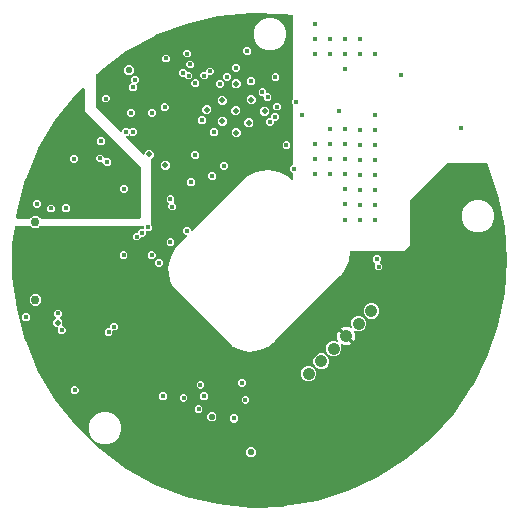
<source format=gbr>
G04 EAGLE Gerber RS-274X export*
G75*
%MOIN*%
%FSLAX34Y34*%
%LPD*%
%INCopper Layer 15*%
%IPPOS*%
%AMOC8*
5,1,8,0,0,1.08239X$1,22.5*%
G01*
%ADD10C,0.029528*%
%ADD11C,0.041339*%
%ADD12C,0.015874*%
%ADD13C,0.019811*%
%ADD14C,0.021780*%
%ADD15C,0.017843*%

G36*
X8129Y-8972D02*
X8129Y-8972D01*
X8130Y-8972D01*
X9228Y-8935D01*
X9229Y-8935D01*
X9232Y-8934D01*
X10315Y-8752D01*
X10316Y-8751D01*
X10319Y-8751D01*
X11368Y-8425D01*
X11369Y-8425D01*
X11372Y-8424D01*
X12369Y-7961D01*
X12372Y-7960D01*
X13298Y-7368D01*
X13299Y-7368D01*
X13302Y-7366D01*
X14141Y-6657D01*
X14141Y-6656D01*
X14143Y-6654D01*
X14880Y-5839D01*
X14881Y-5838D01*
X14883Y-5836D01*
X15505Y-4930D01*
X15505Y-4929D01*
X15507Y-4927D01*
X16002Y-3946D01*
X16002Y-3945D01*
X16004Y-3942D01*
X16364Y-2905D01*
X16364Y-2904D01*
X16365Y-2901D01*
X16584Y-1824D01*
X16584Y-1823D01*
X16585Y-1820D01*
X16658Y-724D01*
X16658Y-723D01*
X16658Y-720D01*
X16585Y376D01*
X16584Y377D01*
X16584Y380D01*
X16365Y1457D01*
X16365Y1458D01*
X16364Y1461D01*
X16004Y2499D01*
X16003Y2499D01*
X16002Y2502D01*
X15997Y2513D01*
X15994Y2516D01*
X15992Y2519D01*
X15992Y2520D01*
X15991Y2521D01*
X15988Y2523D01*
X15985Y2525D01*
X15984Y2526D01*
X15983Y2526D01*
X15980Y2527D01*
X15976Y2529D01*
X15975Y2529D01*
X15974Y2529D01*
X15973Y2529D01*
X15971Y2529D01*
X14688Y2529D01*
X14684Y2529D01*
X14680Y2528D01*
X14679Y2528D01*
X14678Y2528D01*
X14675Y2526D01*
X14671Y2524D01*
X14670Y2523D01*
X14669Y2523D01*
X14667Y2521D01*
X13417Y1271D01*
X13415Y1267D01*
X13412Y1264D01*
X13411Y1263D01*
X13410Y1259D01*
X13409Y1255D01*
X13409Y1254D01*
X13408Y1254D01*
X13409Y1253D01*
X13408Y1250D01*
X13408Y-238D01*
X13238Y-408D01*
X11443Y-408D01*
X11440Y-407D01*
X11439Y-407D01*
X11437Y-407D01*
X11434Y-408D01*
X11431Y-408D01*
X11429Y-408D01*
X11428Y-408D01*
X11425Y-410D01*
X11422Y-411D01*
X11421Y-412D01*
X11419Y-413D01*
X11417Y-415D01*
X11414Y-417D01*
X11414Y-418D01*
X11413Y-419D01*
X11411Y-422D01*
X11409Y-425D01*
X11409Y-427D01*
X11408Y-428D01*
X11407Y-433D01*
X11373Y-746D01*
X11236Y-1069D01*
X11153Y-1169D01*
X11151Y-1171D01*
X11150Y-1173D01*
X11149Y-1175D01*
X11148Y-1177D01*
X11147Y-1179D01*
X11147Y-1181D01*
X11122Y-1206D01*
X11120Y-1208D01*
X11098Y-1235D01*
X11097Y-1235D01*
X11095Y-1236D01*
X11093Y-1237D01*
X11090Y-1238D01*
X11087Y-1240D01*
X11087Y-1241D01*
X11086Y-1241D01*
X11086Y-1242D01*
X9995Y-2327D01*
X8911Y-3413D01*
X8909Y-3416D01*
X8907Y-3419D01*
X8907Y-3420D01*
X8906Y-3420D01*
X8876Y-3449D01*
X8875Y-3449D01*
X8845Y-3479D01*
X8843Y-3481D01*
X8841Y-3482D01*
X8840Y-3483D01*
X8838Y-3484D01*
X8742Y-3574D01*
X8413Y-3728D01*
X8053Y-3772D01*
X7697Y-3701D01*
X7567Y-3628D01*
X7563Y-3627D01*
X7558Y-3625D01*
X7553Y-3625D01*
X7546Y-3625D01*
X7530Y-3609D01*
X7529Y-3608D01*
X7528Y-3607D01*
X7524Y-3604D01*
X7504Y-3593D01*
X7502Y-3586D01*
X7500Y-3582D01*
X7498Y-3578D01*
X7495Y-3574D01*
X5521Y-1600D01*
X5518Y-1598D01*
X5516Y-1596D01*
X5514Y-1595D01*
X5513Y-1594D01*
X5511Y-1593D01*
X5498Y-1588D01*
X5492Y-1574D01*
X5490Y-1571D01*
X5489Y-1569D01*
X5487Y-1566D01*
X5486Y-1565D01*
X5475Y-1553D01*
X5475Y-1540D01*
X5474Y-1536D01*
X5474Y-1533D01*
X5473Y-1531D01*
X5473Y-1530D01*
X5472Y-1528D01*
X5406Y-1376D01*
X5367Y-993D01*
X5445Y-617D01*
X5633Y-282D01*
X5771Y-152D01*
X5772Y-152D01*
X5993Y70D01*
X5995Y72D01*
X5997Y74D01*
X5998Y76D01*
X5999Y78D01*
X6000Y81D01*
X6001Y83D01*
X6001Y85D01*
X6002Y87D01*
X6002Y90D01*
X6002Y93D01*
X6002Y95D01*
X6001Y96D01*
X6000Y99D01*
X6000Y102D01*
X5999Y104D01*
X5998Y105D01*
X5996Y108D01*
X5995Y110D01*
X5993Y111D01*
X5992Y113D01*
X5989Y114D01*
X5987Y116D01*
X5985Y117D01*
X5984Y118D01*
X5981Y118D01*
X5978Y119D01*
X5975Y120D01*
X5974Y120D01*
X5973Y120D01*
X5946Y120D01*
X5870Y196D01*
X5870Y304D01*
X5946Y380D01*
X6054Y380D01*
X6130Y304D01*
X6130Y277D01*
X6131Y274D01*
X6131Y271D01*
X6131Y270D01*
X6132Y268D01*
X6133Y265D01*
X6134Y262D01*
X6135Y261D01*
X6136Y259D01*
X6138Y257D01*
X6140Y255D01*
X6142Y254D01*
X6143Y253D01*
X6146Y252D01*
X6148Y250D01*
X6150Y250D01*
X6152Y249D01*
X6155Y249D01*
X6158Y248D01*
X6160Y248D01*
X6161Y248D01*
X6164Y249D01*
X6167Y249D01*
X6169Y250D01*
X6171Y250D01*
X6173Y252D01*
X6176Y253D01*
X6178Y255D01*
X6179Y255D01*
X6179Y256D01*
X6180Y257D01*
X7799Y1876D01*
X7836Y1912D01*
X7969Y2046D01*
X8305Y2218D01*
X8678Y2278D01*
X9051Y2220D01*
X9388Y2050D01*
X9479Y1961D01*
X9482Y1959D01*
X9484Y1957D01*
X9486Y1956D01*
X9487Y1955D01*
X9490Y1954D01*
X9493Y1953D01*
X9495Y1953D01*
X9496Y1952D01*
X9499Y1952D01*
X9502Y1952D01*
X9504Y1953D01*
X9506Y1953D01*
X9509Y1954D01*
X9511Y1954D01*
X9513Y1956D01*
X9515Y1956D01*
X9517Y1958D01*
X9519Y1960D01*
X9521Y1961D01*
X9522Y1962D01*
X9524Y1965D01*
X9525Y1967D01*
X9526Y1969D01*
X9527Y1971D01*
X9528Y1973D01*
X9529Y1976D01*
X9529Y1979D01*
X9529Y1980D01*
X9529Y1981D01*
X9529Y2153D01*
X9529Y2154D01*
X9529Y2155D01*
X9528Y2159D01*
X9528Y2163D01*
X9527Y2164D01*
X9527Y2165D01*
X9525Y2168D01*
X9523Y2171D01*
X9522Y2172D01*
X9522Y2173D01*
X9519Y2175D01*
X9516Y2178D01*
X9515Y2178D01*
X9514Y2179D01*
X9511Y2180D01*
X9432Y2259D01*
X9432Y2366D01*
X9511Y2445D01*
X9515Y2447D01*
X9518Y2449D01*
X9519Y2449D01*
X9519Y2450D01*
X9522Y2453D01*
X9524Y2456D01*
X9525Y2457D01*
X9525Y2458D01*
X9527Y2461D01*
X9528Y2464D01*
X9528Y2465D01*
X9529Y2466D01*
X9529Y2472D01*
X9529Y4447D01*
X9529Y4451D01*
X9528Y4455D01*
X9528Y4456D01*
X9528Y4457D01*
X9526Y4460D01*
X9524Y4464D01*
X9523Y4465D01*
X9523Y4466D01*
X9521Y4468D01*
X9480Y4509D01*
X9480Y4616D01*
X9521Y4657D01*
X9523Y4660D01*
X9525Y4664D01*
X9526Y4664D01*
X9526Y4665D01*
X9527Y4669D01*
X9529Y4673D01*
X9529Y4674D01*
X9529Y4675D01*
X9529Y4678D01*
X9529Y7416D01*
X9529Y7419D01*
X9528Y7423D01*
X9528Y7424D01*
X9528Y7425D01*
X9526Y7428D01*
X9525Y7431D01*
X9524Y7432D01*
X9523Y7434D01*
X9521Y7436D01*
X9518Y7439D01*
X9517Y7439D01*
X9516Y7440D01*
X9513Y7442D01*
X9510Y7443D01*
X9508Y7444D01*
X9507Y7444D01*
X9505Y7445D01*
X9232Y7491D01*
X9231Y7491D01*
X9228Y7491D01*
X8130Y7528D01*
X8129Y7528D01*
X8126Y7528D01*
X7033Y7418D01*
X7032Y7418D01*
X7029Y7417D01*
X5960Y7162D01*
X5959Y7162D01*
X5956Y7161D01*
X4931Y6766D01*
X4930Y6766D01*
X4927Y6765D01*
X3964Y6237D01*
X3963Y6236D01*
X3961Y6235D01*
X3076Y5583D01*
X3075Y5582D01*
X3074Y5581D01*
X3073Y5580D01*
X2980Y5490D01*
X2977Y5487D01*
X2975Y5483D01*
X2974Y5483D01*
X2974Y5482D01*
X2973Y5478D01*
X2971Y5474D01*
X2971Y5473D01*
X2971Y5472D01*
X2971Y5469D01*
X2971Y4375D01*
X2971Y4371D01*
X2972Y4367D01*
X2972Y4366D01*
X2974Y4362D01*
X2976Y4358D01*
X2977Y4358D01*
X2977Y4357D01*
X2979Y4354D01*
X3780Y3554D01*
X3782Y3552D01*
X3784Y3550D01*
X3786Y3549D01*
X3788Y3548D01*
X3791Y3547D01*
X3793Y3546D01*
X3795Y3546D01*
X3797Y3545D01*
X3800Y3545D01*
X3803Y3545D01*
X3805Y3546D01*
X3806Y3546D01*
X3809Y3547D01*
X3812Y3547D01*
X3814Y3548D01*
X3815Y3549D01*
X3818Y3551D01*
X3820Y3553D01*
X3821Y3554D01*
X3823Y3555D01*
X3824Y3558D01*
X3826Y3560D01*
X3827Y3562D01*
X3828Y3563D01*
X3828Y3566D01*
X3829Y3569D01*
X3830Y3572D01*
X3830Y3573D01*
X3830Y3574D01*
X3830Y3607D01*
X3906Y3683D01*
X4014Y3683D01*
X4053Y3644D01*
X4054Y3643D01*
X4055Y3643D01*
X4058Y3641D01*
X4061Y3638D01*
X4062Y3638D01*
X4063Y3638D01*
X4067Y3637D01*
X4070Y3636D01*
X4071Y3636D01*
X4072Y3635D01*
X4076Y3636D01*
X4080Y3636D01*
X4081Y3636D01*
X4082Y3636D01*
X4085Y3638D01*
X4089Y3639D01*
X4089Y3640D01*
X4090Y3641D01*
X4095Y3644D01*
X4134Y3684D01*
X4242Y3684D01*
X4319Y3608D01*
X4319Y3500D01*
X4242Y3424D01*
X4134Y3424D01*
X4095Y3463D01*
X4094Y3464D01*
X4090Y3466D01*
X4087Y3469D01*
X4086Y3469D01*
X4085Y3469D01*
X4082Y3470D01*
X4078Y3471D01*
X4077Y3471D01*
X4076Y3471D01*
X4072Y3471D01*
X4069Y3471D01*
X4068Y3471D01*
X4067Y3470D01*
X4063Y3469D01*
X4060Y3468D01*
X4059Y3467D01*
X4058Y3466D01*
X4054Y3463D01*
X4014Y3423D01*
X3981Y3423D01*
X3978Y3423D01*
X3975Y3422D01*
X3974Y3422D01*
X3972Y3421D01*
X3969Y3420D01*
X3966Y3419D01*
X3965Y3418D01*
X3963Y3417D01*
X3961Y3415D01*
X3959Y3413D01*
X3958Y3411D01*
X3957Y3410D01*
X3956Y3407D01*
X3954Y3405D01*
X3954Y3403D01*
X3953Y3401D01*
X3953Y3398D01*
X3952Y3395D01*
X3952Y3394D01*
X3952Y3392D01*
X3953Y3389D01*
X3953Y3386D01*
X3954Y3384D01*
X3954Y3382D01*
X3956Y3380D01*
X3957Y3377D01*
X3959Y3375D01*
X3959Y3374D01*
X3960Y3374D01*
X3961Y3373D01*
X4530Y2803D01*
X4533Y2802D01*
X4535Y2800D01*
X4537Y2799D01*
X4538Y2798D01*
X4541Y2797D01*
X4544Y2796D01*
X4545Y2796D01*
X4547Y2795D01*
X4550Y2795D01*
X4553Y2795D01*
X4555Y2795D01*
X4557Y2795D01*
X4559Y2796D01*
X4562Y2797D01*
X4564Y2798D01*
X4566Y2799D01*
X4568Y2801D01*
X4570Y2802D01*
X4572Y2804D01*
X4573Y2805D01*
X4575Y2807D01*
X4576Y2810D01*
X4577Y2811D01*
X4578Y2813D01*
X4579Y2816D01*
X4580Y2819D01*
X4580Y2822D01*
X4580Y2823D01*
X4580Y2824D01*
X4580Y2862D01*
X4668Y2950D01*
X4792Y2950D01*
X4880Y2862D01*
X4880Y2738D01*
X4788Y2646D01*
X4786Y2643D01*
X4784Y2641D01*
X4783Y2639D01*
X4782Y2638D01*
X4781Y2635D01*
X4780Y2632D01*
X4780Y2631D01*
X4779Y2629D01*
X4779Y2626D01*
X4779Y2623D01*
X4779Y2621D01*
X4780Y2619D01*
X4781Y2616D01*
X4781Y2614D01*
X4782Y2612D01*
X4783Y2610D01*
X4783Y475D01*
X4783Y474D01*
X4784Y473D01*
X4784Y471D01*
X4784Y468D01*
X4785Y467D01*
X4785Y466D01*
X4787Y462D01*
X4788Y459D01*
X4789Y458D01*
X4790Y457D01*
X4792Y455D01*
X4818Y429D01*
X4818Y321D01*
X4741Y245D01*
X4659Y245D01*
X4658Y245D01*
X4657Y245D01*
X4654Y244D01*
X4650Y243D01*
X4649Y243D01*
X4648Y243D01*
X4645Y241D01*
X4642Y239D01*
X4641Y238D01*
X4640Y237D01*
X4638Y235D01*
X4635Y232D01*
X4635Y231D01*
X4634Y230D01*
X4633Y226D01*
X4631Y223D01*
X4631Y222D01*
X4631Y221D01*
X4630Y216D01*
X4630Y134D01*
X4554Y57D01*
X4472Y57D01*
X4471Y57D01*
X4470Y57D01*
X4466Y56D01*
X4462Y56D01*
X4461Y55D01*
X4460Y55D01*
X4457Y53D01*
X4454Y51D01*
X4453Y51D01*
X4452Y50D01*
X4450Y47D01*
X4447Y44D01*
X4447Y43D01*
X4446Y42D01*
X4445Y39D01*
X4444Y36D01*
X4443Y35D01*
X4443Y34D01*
X4443Y28D01*
X4443Y9D01*
X4366Y-68D01*
X4259Y-68D01*
X4182Y9D01*
X4182Y116D01*
X4259Y193D01*
X4341Y193D01*
X4342Y193D01*
X4343Y193D01*
X4346Y194D01*
X4350Y194D01*
X4351Y195D01*
X4352Y195D01*
X4355Y197D01*
X4358Y199D01*
X4359Y199D01*
X4360Y200D01*
X4362Y203D01*
X4365Y206D01*
X4365Y207D01*
X4366Y208D01*
X4367Y211D01*
X4369Y214D01*
X4369Y215D01*
X4369Y216D01*
X4370Y222D01*
X4370Y241D01*
X4446Y318D01*
X4528Y318D01*
X4529Y318D01*
X4530Y318D01*
X4534Y319D01*
X4538Y319D01*
X4539Y320D01*
X4540Y320D01*
X4543Y322D01*
X4546Y324D01*
X4547Y324D01*
X4548Y325D01*
X4550Y328D01*
X4553Y331D01*
X4553Y332D01*
X4554Y333D01*
X4555Y336D01*
X4556Y339D01*
X4557Y340D01*
X4557Y341D01*
X4557Y347D01*
X4557Y375D01*
X4557Y376D01*
X4557Y377D01*
X4556Y381D01*
X4556Y384D01*
X4555Y385D01*
X4555Y386D01*
X4553Y390D01*
X4551Y393D01*
X4551Y394D01*
X4550Y394D01*
X4547Y397D01*
X4544Y399D01*
X4543Y400D01*
X4542Y400D01*
X4539Y402D01*
X4536Y403D01*
X4535Y403D01*
X4534Y404D01*
X4528Y404D01*
X1085Y404D01*
X1081Y404D01*
X1077Y403D01*
X1076Y403D01*
X1072Y401D01*
X1069Y399D01*
X1068Y398D01*
X1067Y398D01*
X1065Y396D01*
X1020Y351D01*
X855Y351D01*
X810Y396D01*
X807Y398D01*
X804Y400D01*
X803Y401D01*
X799Y402D01*
X795Y404D01*
X794Y404D01*
X793Y404D01*
X790Y404D01*
X271Y404D01*
X267Y404D01*
X263Y403D01*
X262Y403D01*
X261Y403D01*
X258Y401D01*
X254Y399D01*
X253Y398D01*
X250Y395D01*
X247Y393D01*
X247Y392D01*
X246Y391D01*
X245Y388D01*
X243Y384D01*
X243Y383D01*
X242Y382D01*
X242Y379D01*
X168Y-169D01*
X168Y-173D01*
X168Y-1271D01*
X168Y-1272D01*
X168Y-1275D01*
X314Y-2364D01*
X315Y-2365D01*
X315Y-2368D01*
X605Y-3428D01*
X606Y-3428D01*
X607Y-3431D01*
X1036Y-4443D01*
X1036Y-4444D01*
X1037Y-4446D01*
X1597Y-5392D01*
X1598Y-5392D01*
X1600Y-5395D01*
X2281Y-6257D01*
X2281Y-6258D01*
X2283Y-6260D01*
X3073Y-7024D01*
X3074Y-7024D01*
X3076Y-7027D01*
X3961Y-7678D01*
X3961Y-7679D01*
X3964Y-7680D01*
X4927Y-8208D01*
X4928Y-8209D01*
X4931Y-8210D01*
X5956Y-8605D01*
X5957Y-8605D01*
X5960Y-8606D01*
X7029Y-8861D01*
X7030Y-8861D01*
X7033Y-8861D01*
X8126Y-8971D01*
X8127Y-8971D01*
X8129Y-8972D01*
X8129Y-8972D01*
G37*
G36*
X755Y664D02*
X755Y664D01*
X759Y664D01*
X761Y665D01*
X763Y665D01*
X767Y666D01*
X771Y668D01*
X772Y669D01*
X774Y669D01*
X784Y677D01*
X785Y677D01*
X785Y678D01*
X825Y717D01*
X838Y723D01*
X839Y723D01*
X840Y724D01*
X842Y725D01*
X849Y729D01*
X852Y732D01*
X854Y734D01*
X859Y738D01*
X866Y738D01*
X867Y738D01*
X868Y738D01*
X870Y739D01*
X878Y740D01*
X883Y742D01*
X885Y742D01*
X898Y748D01*
X977Y748D01*
X990Y742D01*
X991Y742D01*
X992Y742D01*
X994Y741D01*
X1002Y739D01*
X1007Y739D01*
X1009Y738D01*
X1016Y738D01*
X1021Y734D01*
X1021Y733D01*
X1022Y732D01*
X1024Y731D01*
X1031Y726D01*
X1035Y724D01*
X1037Y723D01*
X1050Y717D01*
X1090Y678D01*
X1093Y675D01*
X1096Y672D01*
X1098Y671D01*
X1099Y670D01*
X1103Y668D01*
X1107Y666D01*
X1109Y666D01*
X1111Y665D01*
X1123Y663D01*
X1124Y663D01*
X4410Y663D01*
X4415Y664D01*
X4420Y664D01*
X4421Y665D01*
X4422Y665D01*
X4427Y667D01*
X4432Y668D01*
X4433Y669D01*
X4434Y669D01*
X4438Y672D01*
X4442Y675D01*
X4443Y676D01*
X4444Y677D01*
X4447Y681D01*
X4450Y684D01*
X4451Y685D01*
X4452Y686D01*
X4454Y691D01*
X4456Y695D01*
X4456Y696D01*
X4457Y698D01*
X4459Y710D01*
X4459Y711D01*
X4459Y713D01*
X4459Y2355D01*
X4459Y2359D01*
X4459Y2364D01*
X4458Y2365D01*
X4458Y2367D01*
X4456Y2371D01*
X4455Y2375D01*
X4454Y2377D01*
X4453Y2379D01*
X4446Y2389D01*
X4445Y2389D01*
X4445Y2390D01*
X2574Y4260D01*
X2574Y4982D01*
X2574Y4987D01*
X2573Y4992D01*
X2573Y4993D01*
X2573Y4994D01*
X2571Y4999D01*
X2569Y5004D01*
X2568Y5005D01*
X2568Y5006D01*
X2565Y5010D01*
X2562Y5014D01*
X2561Y5015D01*
X2561Y5016D01*
X2557Y5019D01*
X2553Y5022D01*
X2552Y5023D01*
X2551Y5024D01*
X2546Y5026D01*
X2542Y5028D01*
X2541Y5028D01*
X2540Y5029D01*
X2535Y5030D01*
X2530Y5031D01*
X2529Y5031D01*
X2528Y5031D01*
X2522Y5031D01*
X2517Y5030D01*
X2516Y5030D01*
X2515Y5030D01*
X2510Y5028D01*
X2505Y5027D01*
X2505Y5026D01*
X2503Y5026D01*
X2493Y5019D01*
X2492Y5018D01*
X2491Y5017D01*
X2284Y4817D01*
X2281Y4814D01*
X2280Y4812D01*
X1600Y3952D01*
X1598Y3949D01*
X1597Y3947D01*
X1038Y3004D01*
X1036Y3000D01*
X1035Y2998D01*
X607Y1989D01*
X606Y1985D01*
X605Y1983D01*
X316Y925D01*
X315Y921D01*
X314Y919D01*
X287Y719D01*
X287Y717D01*
X287Y715D01*
X287Y711D01*
X287Y707D01*
X288Y705D01*
X288Y703D01*
X289Y699D01*
X290Y695D01*
X291Y693D01*
X292Y691D01*
X294Y687D01*
X296Y684D01*
X298Y682D01*
X299Y681D01*
X302Y678D01*
X305Y675D01*
X306Y674D01*
X308Y672D01*
X312Y670D01*
X315Y668D01*
X317Y667D01*
X319Y666D01*
X321Y666D01*
X327Y664D01*
X334Y664D01*
X336Y663D01*
X751Y663D01*
X755Y664D01*
G37*
%LPC*%
G36*
X8642Y6272D02*
X8642Y6272D01*
X8444Y6354D01*
X8292Y6506D01*
X8209Y6705D01*
X8209Y6920D01*
X8292Y7119D01*
X8444Y7271D01*
X8642Y7353D01*
X8858Y7353D01*
X9056Y7271D01*
X9208Y7119D01*
X9291Y6920D01*
X9291Y6705D01*
X9208Y6506D01*
X9056Y6354D01*
X8858Y6272D01*
X8642Y6272D01*
G37*
%LPD*%
%LPC*%
G36*
X3142Y-6853D02*
X3142Y-6853D01*
X2944Y-6771D01*
X2792Y-6619D01*
X2709Y-6420D01*
X2709Y-6205D01*
X2792Y-6006D01*
X2944Y-5854D01*
X3142Y-5772D01*
X3358Y-5772D01*
X3556Y-5854D01*
X3708Y-6006D01*
X3791Y-6205D01*
X3791Y-6420D01*
X3708Y-6619D01*
X3556Y-6771D01*
X3358Y-6853D01*
X3142Y-6853D01*
G37*
%LPD*%
%LPC*%
G36*
X15580Y209D02*
X15580Y209D01*
X15381Y292D01*
X15229Y444D01*
X15147Y642D01*
X15147Y858D01*
X15229Y1056D01*
X15381Y1208D01*
X15580Y1291D01*
X15795Y1291D01*
X15994Y1208D01*
X16146Y1056D01*
X16228Y858D01*
X16228Y642D01*
X16146Y444D01*
X15994Y292D01*
X15795Y209D01*
X15580Y209D01*
G37*
%LPD*%
%LPC*%
G36*
X10828Y-3930D02*
X10828Y-3930D01*
X10734Y-3890D01*
X10661Y-3818D01*
X10622Y-3723D01*
X10622Y-3621D01*
X10661Y-3526D01*
X10734Y-3454D01*
X10828Y-3415D01*
X10931Y-3415D01*
X10986Y-3438D01*
X10989Y-3438D01*
X10992Y-3439D01*
X10994Y-3439D01*
X10996Y-3440D01*
X10998Y-3440D01*
X11001Y-3440D01*
X11003Y-3439D01*
X11005Y-3439D01*
X11008Y-3438D01*
X11010Y-3437D01*
X11012Y-3436D01*
X11014Y-3435D01*
X11016Y-3433D01*
X11018Y-3431D01*
X11019Y-3430D01*
X11021Y-3428D01*
X11022Y-3426D01*
X11024Y-3423D01*
X11024Y-3422D01*
X11025Y-3420D01*
X11026Y-3417D01*
X11026Y-3414D01*
X11026Y-3412D01*
X11027Y-3410D01*
X11026Y-3408D01*
X11026Y-3405D01*
X11025Y-3402D01*
X11025Y-3401D01*
X11024Y-3399D01*
X11002Y-3344D01*
X10990Y-3285D01*
X10990Y-3224D01*
X11002Y-3165D01*
X11025Y-3109D01*
X11042Y-3083D01*
X11234Y-3275D01*
X11235Y-3276D01*
X11236Y-3277D01*
X11239Y-3279D01*
X11242Y-3281D01*
X11243Y-3281D01*
X11244Y-3282D01*
X11247Y-3283D01*
X11251Y-3284D01*
X11252Y-3284D01*
X11253Y-3284D01*
X11257Y-3283D01*
X11261Y-3283D01*
X11262Y-3283D01*
X11263Y-3283D01*
X11266Y-3281D01*
X11270Y-3280D01*
X11270Y-3279D01*
X11271Y-3279D01*
X11275Y-3275D01*
X11318Y-3233D01*
X11318Y-3232D01*
X11319Y-3231D01*
X11321Y-3228D01*
X11323Y-3225D01*
X11324Y-3224D01*
X11324Y-3223D01*
X11325Y-3220D01*
X11326Y-3216D01*
X11326Y-3215D01*
X11326Y-3214D01*
X11326Y-3210D01*
X11326Y-3206D01*
X11325Y-3205D01*
X11325Y-3204D01*
X11324Y-3201D01*
X11322Y-3197D01*
X11321Y-3196D01*
X11318Y-3191D01*
X11126Y-2999D01*
X11152Y-2982D01*
X11207Y-2959D01*
X11267Y-2947D01*
X11327Y-2947D01*
X11387Y-2959D01*
X11442Y-2982D01*
X11445Y-2982D01*
X11448Y-2984D01*
X11450Y-2984D01*
X11451Y-2984D01*
X11454Y-2984D01*
X11457Y-2984D01*
X11459Y-2983D01*
X11461Y-2983D01*
X11464Y-2982D01*
X11466Y-2981D01*
X11468Y-2980D01*
X11470Y-2979D01*
X11472Y-2977D01*
X11474Y-2975D01*
X11475Y-2974D01*
X11477Y-2972D01*
X11478Y-2970D01*
X11480Y-2968D01*
X11480Y-2966D01*
X11481Y-2964D01*
X11481Y-2961D01*
X11482Y-2958D01*
X11482Y-2956D01*
X11482Y-2955D01*
X11482Y-2952D01*
X11482Y-2949D01*
X11481Y-2946D01*
X11481Y-2945D01*
X11480Y-2944D01*
X11457Y-2888D01*
X11457Y-2786D01*
X11497Y-2691D01*
X11569Y-2619D01*
X11664Y-2580D01*
X11766Y-2580D01*
X11861Y-2619D01*
X11933Y-2691D01*
X11972Y-2786D01*
X11972Y-2888D01*
X11933Y-2983D01*
X11861Y-3055D01*
X11766Y-3094D01*
X11664Y-3094D01*
X11608Y-3072D01*
X11605Y-3071D01*
X11603Y-3070D01*
X11601Y-3070D01*
X11599Y-3069D01*
X11596Y-3070D01*
X11593Y-3070D01*
X11591Y-3070D01*
X11589Y-3070D01*
X11587Y-3072D01*
X11584Y-3072D01*
X11582Y-3073D01*
X11581Y-3074D01*
X11578Y-3076D01*
X11576Y-3078D01*
X11575Y-3080D01*
X11574Y-3081D01*
X11572Y-3083D01*
X11571Y-3086D01*
X11570Y-3088D01*
X11569Y-3089D01*
X11569Y-3092D01*
X11568Y-3095D01*
X11568Y-3097D01*
X11568Y-3099D01*
X11568Y-3102D01*
X11568Y-3105D01*
X11569Y-3107D01*
X11569Y-3108D01*
X11570Y-3109D01*
X11570Y-3110D01*
X11593Y-3165D01*
X11605Y-3224D01*
X11605Y-3285D01*
X11593Y-3344D01*
X11570Y-3400D01*
X11552Y-3426D01*
X11360Y-3234D01*
X11359Y-3233D01*
X11359Y-3232D01*
X11356Y-3231D01*
X11353Y-3228D01*
X11351Y-3228D01*
X11351Y-3227D01*
X11347Y-3227D01*
X11343Y-3226D01*
X11342Y-3226D01*
X11341Y-3225D01*
X11338Y-3226D01*
X11334Y-3226D01*
X11333Y-3226D01*
X11332Y-3226D01*
X11328Y-3228D01*
X11325Y-3229D01*
X11324Y-3230D01*
X11323Y-3230D01*
X11319Y-3234D01*
X11276Y-3276D01*
X11276Y-3277D01*
X11275Y-3278D01*
X11274Y-3279D01*
X11273Y-3281D01*
X11272Y-3282D01*
X11271Y-3284D01*
X11271Y-3285D01*
X11270Y-3286D01*
X11270Y-3288D01*
X11269Y-3290D01*
X11269Y-3291D01*
X11268Y-3293D01*
X11268Y-3294D01*
X11268Y-3295D01*
X11268Y-3297D01*
X11268Y-3299D01*
X11268Y-3301D01*
X11269Y-3303D01*
X11269Y-3304D01*
X11269Y-3305D01*
X11270Y-3307D01*
X11270Y-3308D01*
X11271Y-3310D01*
X11272Y-3312D01*
X11273Y-3313D01*
X11273Y-3314D01*
X11275Y-3316D01*
X11276Y-3317D01*
X11276Y-3318D01*
X11469Y-3510D01*
X11443Y-3527D01*
X11387Y-3550D01*
X11327Y-3562D01*
X11267Y-3562D01*
X11207Y-3550D01*
X11152Y-3527D01*
X11149Y-3527D01*
X11147Y-3526D01*
X11145Y-3526D01*
X11143Y-3525D01*
X11140Y-3525D01*
X11137Y-3525D01*
X11135Y-3526D01*
X11133Y-3526D01*
X11131Y-3527D01*
X11128Y-3528D01*
X11126Y-3529D01*
X11125Y-3530D01*
X11123Y-3532D01*
X11120Y-3534D01*
X11119Y-3535D01*
X11118Y-3537D01*
X11116Y-3539D01*
X11115Y-3542D01*
X11114Y-3543D01*
X11113Y-3545D01*
X11113Y-3548D01*
X11112Y-3551D01*
X11112Y-3553D01*
X11112Y-3555D01*
X11112Y-3557D01*
X11112Y-3560D01*
X11113Y-3563D01*
X11114Y-3564D01*
X11114Y-3566D01*
X11137Y-3621D01*
X11137Y-3723D01*
X11098Y-3818D01*
X11025Y-3890D01*
X10931Y-3930D01*
X10828Y-3930D01*
G37*
%LPD*%
%LPC*%
G36*
X9993Y-4765D02*
X9993Y-4765D01*
X9899Y-4726D01*
X9826Y-4653D01*
X9787Y-4559D01*
X9787Y-4456D01*
X9826Y-4362D01*
X9899Y-4289D01*
X9993Y-4250D01*
X10096Y-4250D01*
X10190Y-4289D01*
X10263Y-4362D01*
X10302Y-4456D01*
X10302Y-4559D01*
X10263Y-4653D01*
X10190Y-4726D01*
X10096Y-4765D01*
X9993Y-4765D01*
G37*
%LPD*%
%LPC*%
G36*
X10411Y-4347D02*
X10411Y-4347D01*
X10316Y-4308D01*
X10244Y-4236D01*
X10205Y-4141D01*
X10205Y-4039D01*
X10244Y-3944D01*
X10316Y-3872D01*
X10411Y-3832D01*
X10513Y-3832D01*
X10608Y-3872D01*
X10680Y-3944D01*
X10719Y-4039D01*
X10719Y-4141D01*
X10680Y-4236D01*
X10608Y-4308D01*
X10513Y-4347D01*
X10411Y-4347D01*
G37*
%LPD*%
%LPC*%
G36*
X12081Y-2677D02*
X12081Y-2677D01*
X11987Y-2638D01*
X11914Y-2565D01*
X11875Y-2471D01*
X11875Y-2368D01*
X11914Y-2274D01*
X11987Y-2201D01*
X12081Y-2162D01*
X12184Y-2162D01*
X12278Y-2201D01*
X12351Y-2274D01*
X12390Y-2368D01*
X12390Y-2471D01*
X12351Y-2565D01*
X12278Y-2638D01*
X12184Y-2677D01*
X12081Y-2677D01*
G37*
%LPD*%
%LPC*%
G36*
X1759Y-3193D02*
X1759Y-3193D01*
X1682Y-3116D01*
X1682Y-3008D01*
X1683Y-3006D01*
X1684Y-3004D01*
X1685Y-3002D01*
X1686Y-2999D01*
X1687Y-2997D01*
X1687Y-2995D01*
X1687Y-2992D01*
X1687Y-2989D01*
X1687Y-2988D01*
X1687Y-2986D01*
X1686Y-2983D01*
X1685Y-2980D01*
X1684Y-2979D01*
X1683Y-2977D01*
X1681Y-2975D01*
X1680Y-2972D01*
X1678Y-2971D01*
X1677Y-2969D01*
X1675Y-2968D01*
X1672Y-2966D01*
X1671Y-2965D01*
X1669Y-2964D01*
X1666Y-2964D01*
X1663Y-2963D01*
X1661Y-2963D01*
X1660Y-2962D01*
X1659Y-2962D01*
X1658Y-2962D01*
X1625Y-2962D01*
X1538Y-2875D01*
X1538Y-2750D01*
X1625Y-2663D01*
X1626Y-2662D01*
X1627Y-2661D01*
X1629Y-2658D01*
X1631Y-2655D01*
X1631Y-2654D01*
X1632Y-2653D01*
X1632Y-2650D01*
X1633Y-2646D01*
X1633Y-2645D01*
X1634Y-2644D01*
X1633Y-2640D01*
X1633Y-2637D01*
X1633Y-2636D01*
X1633Y-2634D01*
X1631Y-2631D01*
X1630Y-2628D01*
X1629Y-2627D01*
X1629Y-2626D01*
X1625Y-2622D01*
X1557Y-2554D01*
X1557Y-2446D01*
X1634Y-2370D01*
X1741Y-2370D01*
X1818Y-2446D01*
X1818Y-2554D01*
X1750Y-2622D01*
X1749Y-2623D01*
X1748Y-2623D01*
X1746Y-2626D01*
X1744Y-2629D01*
X1744Y-2630D01*
X1743Y-2631D01*
X1743Y-2635D01*
X1742Y-2639D01*
X1742Y-2640D01*
X1741Y-2641D01*
X1742Y-2644D01*
X1742Y-2648D01*
X1742Y-2649D01*
X1742Y-2650D01*
X1744Y-2654D01*
X1745Y-2657D01*
X1746Y-2658D01*
X1746Y-2659D01*
X1750Y-2663D01*
X1837Y-2750D01*
X1837Y-2875D01*
X1829Y-2882D01*
X1828Y-2885D01*
X1826Y-2887D01*
X1825Y-2889D01*
X1824Y-2890D01*
X1823Y-2893D01*
X1822Y-2896D01*
X1822Y-2898D01*
X1821Y-2899D01*
X1821Y-2902D01*
X1821Y-2905D01*
X1821Y-2907D01*
X1821Y-2909D01*
X1822Y-2912D01*
X1823Y-2915D01*
X1824Y-2916D01*
X1825Y-2918D01*
X1827Y-2920D01*
X1828Y-2923D01*
X1830Y-2924D01*
X1831Y-2925D01*
X1833Y-2927D01*
X1836Y-2929D01*
X1837Y-2929D01*
X1839Y-2930D01*
X1842Y-2931D01*
X1845Y-2932D01*
X1848Y-2932D01*
X1849Y-2932D01*
X1850Y-2932D01*
X1866Y-2932D01*
X1943Y-3009D01*
X1943Y-3116D01*
X1866Y-3193D01*
X1759Y-3193D01*
G37*
%LPD*%
%LPC*%
G36*
X855Y-2248D02*
X855Y-2248D01*
X739Y-2131D01*
X739Y-1967D01*
X855Y-1851D01*
X1020Y-1851D01*
X1136Y-1967D01*
X1136Y-2131D01*
X1020Y-2248D01*
X855Y-2248D01*
G37*
%LPD*%
%LPC*%
G36*
X3276Y2410D02*
X3276Y2410D01*
X3200Y2486D01*
X3200Y2488D01*
X3199Y2493D01*
X3199Y2498D01*
X3198Y2499D01*
X3198Y2500D01*
X3196Y2505D01*
X3195Y2510D01*
X3194Y2511D01*
X3194Y2512D01*
X3191Y2516D01*
X3188Y2520D01*
X3187Y2521D01*
X3186Y2522D01*
X3183Y2525D01*
X3179Y2528D01*
X3178Y2529D01*
X3177Y2530D01*
X3172Y2532D01*
X3168Y2534D01*
X3167Y2534D01*
X3165Y2535D01*
X3153Y2537D01*
X3152Y2537D01*
X3151Y2537D01*
X3048Y2537D01*
X2972Y2613D01*
X2972Y2721D01*
X3048Y2797D01*
X3156Y2797D01*
X3232Y2721D01*
X3232Y2719D01*
X3233Y2714D01*
X3233Y2710D01*
X3234Y2708D01*
X3234Y2707D01*
X3236Y2702D01*
X3237Y2698D01*
X3238Y2697D01*
X3238Y2695D01*
X3241Y2692D01*
X3244Y2687D01*
X3245Y2687D01*
X3246Y2685D01*
X3250Y2682D01*
X3253Y2679D01*
X3254Y2678D01*
X3255Y2678D01*
X3260Y2676D01*
X3264Y2673D01*
X3265Y2673D01*
X3267Y2672D01*
X3279Y2670D01*
X3281Y2670D01*
X3282Y2670D01*
X3384Y2670D01*
X3460Y2594D01*
X3460Y2486D01*
X3384Y2410D01*
X3276Y2410D01*
G37*
%LPD*%
%LPC*%
G36*
X5446Y932D02*
X5446Y932D01*
X5370Y1009D01*
X5370Y1116D01*
X5389Y1136D01*
X5390Y1136D01*
X5390Y1137D01*
X5392Y1140D01*
X5395Y1143D01*
X5395Y1144D01*
X5395Y1145D01*
X5396Y1149D01*
X5397Y1153D01*
X5397Y1154D01*
X5398Y1155D01*
X5397Y1158D01*
X5397Y1162D01*
X5397Y1163D01*
X5397Y1164D01*
X5395Y1168D01*
X5394Y1171D01*
X5393Y1172D01*
X5393Y1173D01*
X5389Y1177D01*
X5307Y1259D01*
X5307Y1366D01*
X5384Y1443D01*
X5491Y1443D01*
X5568Y1366D01*
X5568Y1259D01*
X5548Y1239D01*
X5547Y1238D01*
X5545Y1235D01*
X5543Y1232D01*
X5543Y1231D01*
X5542Y1230D01*
X5541Y1226D01*
X5540Y1222D01*
X5540Y1221D01*
X5540Y1220D01*
X5540Y1217D01*
X5540Y1213D01*
X5541Y1212D01*
X5541Y1211D01*
X5543Y1208D01*
X5544Y1204D01*
X5545Y1203D01*
X5545Y1202D01*
X5548Y1198D01*
X5630Y1116D01*
X5630Y1009D01*
X5554Y932D01*
X5446Y932D01*
G37*
%LPD*%
%LPC*%
G36*
X12321Y-1068D02*
X12321Y-1068D01*
X12245Y-991D01*
X12245Y-884D01*
X12264Y-864D01*
X12265Y-864D01*
X12265Y-863D01*
X12267Y-860D01*
X12270Y-857D01*
X12270Y-856D01*
X12270Y-855D01*
X12271Y-851D01*
X12272Y-847D01*
X12272Y-846D01*
X12273Y-845D01*
X12272Y-842D01*
X12272Y-838D01*
X12272Y-837D01*
X12272Y-836D01*
X12270Y-832D01*
X12269Y-829D01*
X12268Y-828D01*
X12268Y-827D01*
X12264Y-823D01*
X12182Y-741D01*
X12182Y-634D01*
X12259Y-557D01*
X12366Y-557D01*
X12443Y-634D01*
X12443Y-741D01*
X12423Y-761D01*
X12422Y-762D01*
X12420Y-765D01*
X12420Y-766D01*
X12418Y-768D01*
X12418Y-769D01*
X12417Y-770D01*
X12416Y-773D01*
X12416Y-774D01*
X12416Y-775D01*
X12415Y-778D01*
X12415Y-779D01*
X12415Y-780D01*
X12415Y-782D01*
X12415Y-784D01*
X12415Y-785D01*
X12415Y-787D01*
X12416Y-788D01*
X12416Y-789D01*
X12417Y-791D01*
X12417Y-793D01*
X12418Y-794D01*
X12419Y-796D01*
X12420Y-797D01*
X12420Y-798D01*
X12422Y-800D01*
X12422Y-801D01*
X12423Y-801D01*
X12423Y-802D01*
X12505Y-884D01*
X12505Y-991D01*
X12429Y-1068D01*
X12321Y-1068D01*
G37*
%LPD*%
%LPC*%
G36*
X3321Y-3255D02*
X3321Y-3255D01*
X3245Y-3179D01*
X3245Y-3071D01*
X3321Y-2995D01*
X3403Y-2995D01*
X3404Y-2995D01*
X3405Y-2995D01*
X3409Y-2994D01*
X3413Y-2993D01*
X3414Y-2993D01*
X3415Y-2993D01*
X3418Y-2991D01*
X3421Y-2989D01*
X3422Y-2988D01*
X3423Y-2987D01*
X3425Y-2985D01*
X3428Y-2982D01*
X3428Y-2981D01*
X3429Y-2980D01*
X3430Y-2976D01*
X3431Y-2973D01*
X3432Y-2972D01*
X3432Y-2971D01*
X3432Y-2966D01*
X3432Y-2884D01*
X3509Y-2807D01*
X3616Y-2807D01*
X3693Y-2884D01*
X3693Y-2991D01*
X3616Y-3068D01*
X3534Y-3068D01*
X3533Y-3068D01*
X3532Y-3068D01*
X3529Y-3069D01*
X3525Y-3069D01*
X3524Y-3070D01*
X3523Y-3070D01*
X3520Y-3072D01*
X3517Y-3074D01*
X3516Y-3074D01*
X3515Y-3075D01*
X3513Y-3078D01*
X3510Y-3081D01*
X3510Y-3082D01*
X3509Y-3083D01*
X3508Y-3086D01*
X3506Y-3089D01*
X3506Y-3090D01*
X3506Y-3091D01*
X3505Y-3097D01*
X3505Y-3179D01*
X3429Y-3255D01*
X3321Y-3255D01*
G37*
%LPD*%
%LPC*%
G36*
X4131Y4920D02*
X4131Y4920D01*
X4055Y4996D01*
X4055Y5104D01*
X4134Y5183D01*
X4135Y5184D01*
X4135Y5185D01*
X4137Y5188D01*
X4140Y5191D01*
X4140Y5192D01*
X4140Y5193D01*
X4141Y5196D01*
X4142Y5200D01*
X4142Y5201D01*
X4143Y5202D01*
X4142Y5206D01*
X4142Y5210D01*
X4142Y5211D01*
X4142Y5212D01*
X4140Y5215D01*
X4139Y5219D01*
X4138Y5219D01*
X4138Y5220D01*
X4134Y5224D01*
X4122Y5236D01*
X4122Y5344D01*
X4199Y5420D01*
X4306Y5420D01*
X4383Y5344D01*
X4383Y5236D01*
X4303Y5157D01*
X4303Y5156D01*
X4302Y5155D01*
X4300Y5152D01*
X4298Y5149D01*
X4298Y5148D01*
X4297Y5147D01*
X4296Y5144D01*
X4295Y5140D01*
X4295Y5139D01*
X4295Y5138D01*
X4295Y5134D01*
X4295Y5130D01*
X4296Y5129D01*
X4296Y5128D01*
X4298Y5125D01*
X4299Y5121D01*
X4300Y5121D01*
X4300Y5120D01*
X4303Y5116D01*
X4315Y5104D01*
X4315Y4996D01*
X4239Y4920D01*
X4131Y4920D01*
G37*
%LPD*%
%LPC*%
G36*
X8698Y3757D02*
X8698Y3757D01*
X8622Y3833D01*
X8622Y3941D01*
X8699Y4018D01*
X8771Y4018D01*
X8772Y4018D01*
X8773Y4018D01*
X8776Y4018D01*
X8780Y4019D01*
X8781Y4020D01*
X8782Y4020D01*
X8785Y4022D01*
X8788Y4024D01*
X8789Y4024D01*
X8790Y4025D01*
X8792Y4028D01*
X8795Y4031D01*
X8795Y4032D01*
X8796Y4032D01*
X8797Y4036D01*
X8799Y4039D01*
X8799Y4040D01*
X8799Y4041D01*
X8800Y4047D01*
X8800Y4109D01*
X8876Y4185D01*
X8984Y4185D01*
X9060Y4109D01*
X9060Y4001D01*
X8984Y3925D01*
X8912Y3925D01*
X8911Y3925D01*
X8910Y3925D01*
X8906Y3924D01*
X8902Y3923D01*
X8901Y3923D01*
X8900Y3923D01*
X8897Y3921D01*
X8894Y3919D01*
X8893Y3918D01*
X8892Y3917D01*
X8890Y3915D01*
X8887Y3912D01*
X8887Y3911D01*
X8886Y3910D01*
X8885Y3906D01*
X8883Y3903D01*
X8883Y3902D01*
X8883Y3901D01*
X8883Y3896D01*
X8883Y3834D01*
X8806Y3757D01*
X8698Y3757D01*
G37*
%LPD*%
%LPC*%
G36*
X8621Y4575D02*
X8621Y4575D01*
X8545Y4651D01*
X8545Y4711D01*
X8545Y4712D01*
X8545Y4713D01*
X8544Y4716D01*
X8543Y4720D01*
X8543Y4721D01*
X8543Y4722D01*
X8541Y4725D01*
X8539Y4728D01*
X8538Y4729D01*
X8538Y4730D01*
X8535Y4732D01*
X8532Y4735D01*
X8531Y4735D01*
X8530Y4736D01*
X8527Y4737D01*
X8523Y4739D01*
X8522Y4739D01*
X8521Y4739D01*
X8516Y4740D01*
X8451Y4740D01*
X8375Y4816D01*
X8375Y4924D01*
X8451Y5000D01*
X8559Y5000D01*
X8635Y4924D01*
X8635Y4864D01*
X8635Y4863D01*
X8635Y4862D01*
X8636Y4859D01*
X8637Y4855D01*
X8637Y4854D01*
X8637Y4853D01*
X8639Y4850D01*
X8641Y4846D01*
X8642Y4846D01*
X8643Y4845D01*
X8645Y4842D01*
X8648Y4840D01*
X8649Y4839D01*
X8650Y4839D01*
X8654Y4838D01*
X8657Y4836D01*
X8658Y4836D01*
X8659Y4836D01*
X8664Y4835D01*
X8729Y4835D01*
X8805Y4759D01*
X8805Y4651D01*
X8729Y4575D01*
X8621Y4575D01*
G37*
%LPD*%
%LPC*%
G36*
X6507Y5301D02*
X6507Y5301D01*
X6431Y5377D01*
X6431Y5485D01*
X6507Y5561D01*
X6589Y5561D01*
X6591Y5561D01*
X6592Y5561D01*
X6595Y5562D01*
X6599Y5563D01*
X6600Y5563D01*
X6601Y5563D01*
X6604Y5565D01*
X6607Y5567D01*
X6608Y5568D01*
X6609Y5568D01*
X6611Y5571D01*
X6614Y5574D01*
X6614Y5575D01*
X6615Y5576D01*
X6616Y5579D01*
X6618Y5583D01*
X6618Y5584D01*
X6618Y5585D01*
X6619Y5590D01*
X6619Y5622D01*
X6695Y5698D01*
X6803Y5698D01*
X6879Y5622D01*
X6879Y5514D01*
X6803Y5438D01*
X6720Y5438D01*
X6719Y5438D01*
X6718Y5438D01*
X6715Y5437D01*
X6711Y5437D01*
X6710Y5436D01*
X6709Y5436D01*
X6706Y5434D01*
X6702Y5432D01*
X6702Y5431D01*
X6701Y5431D01*
X6698Y5428D01*
X6696Y5425D01*
X6695Y5424D01*
X6695Y5423D01*
X6694Y5420D01*
X6692Y5416D01*
X6692Y5415D01*
X6692Y5414D01*
X6691Y5409D01*
X6691Y5377D01*
X6615Y5301D01*
X6507Y5301D01*
G37*
%LPD*%
%LPC*%
G36*
X5986Y5300D02*
X5986Y5300D01*
X5905Y5381D01*
X5901Y5384D01*
X5898Y5386D01*
X5897Y5387D01*
X5893Y5388D01*
X5889Y5389D01*
X5888Y5389D01*
X5888Y5390D01*
X5887Y5390D01*
X5884Y5390D01*
X5794Y5390D01*
X5717Y5466D01*
X5717Y5574D01*
X5794Y5650D01*
X5901Y5650D01*
X5983Y5569D01*
X5986Y5566D01*
X5989Y5564D01*
X5990Y5564D01*
X5991Y5563D01*
X5994Y5562D01*
X5998Y5561D01*
X5999Y5561D01*
X6000Y5560D01*
X6001Y5560D01*
X6003Y5560D01*
X6094Y5560D01*
X6170Y5484D01*
X6170Y5376D01*
X6094Y5300D01*
X5986Y5300D01*
G37*
%LPD*%
%LPC*%
G36*
X6746Y-6097D02*
X6746Y-6097D01*
X6653Y-6004D01*
X6653Y-5871D01*
X6746Y-5778D01*
X6879Y-5778D01*
X6972Y-5871D01*
X6972Y-6004D01*
X6879Y-6097D01*
X6746Y-6097D01*
G37*
%LPD*%
%LPC*%
G36*
X8059Y-7285D02*
X8059Y-7285D01*
X7965Y-7191D01*
X7965Y-7059D01*
X8059Y-6965D01*
X8191Y-6965D01*
X8285Y-7059D01*
X8285Y-7191D01*
X8191Y-7285D01*
X8059Y-7285D01*
G37*
%LPD*%
%LPC*%
G36*
X3996Y5465D02*
X3996Y5465D01*
X3903Y5559D01*
X3903Y5691D01*
X3996Y5785D01*
X4129Y5785D01*
X4222Y5691D01*
X4222Y5559D01*
X4129Y5465D01*
X3996Y5465D01*
G37*
%LPD*%
%LPC*%
G36*
X8068Y4480D02*
X8068Y4480D01*
X7980Y4568D01*
X7980Y4692D01*
X8068Y4780D01*
X8192Y4780D01*
X8280Y4692D01*
X8280Y4568D01*
X8192Y4480D01*
X8068Y4480D01*
G37*
%LPD*%
%LPC*%
G36*
X5198Y2290D02*
X5198Y2290D01*
X5110Y2378D01*
X5110Y2502D01*
X5198Y2590D01*
X5322Y2590D01*
X5410Y2502D01*
X5410Y2378D01*
X5322Y2290D01*
X5198Y2290D01*
G37*
%LPD*%
%LPC*%
G36*
X7098Y4450D02*
X7098Y4450D01*
X7010Y4538D01*
X7010Y4662D01*
X7098Y4750D01*
X7222Y4750D01*
X7310Y4662D01*
X7310Y4538D01*
X7222Y4450D01*
X7098Y4450D01*
G37*
%LPD*%
%LPC*%
G36*
X7563Y5005D02*
X7563Y5005D01*
X7475Y5093D01*
X7475Y5217D01*
X7563Y5305D01*
X7687Y5305D01*
X7775Y5217D01*
X7775Y5093D01*
X7687Y5005D01*
X7563Y5005D01*
G37*
%LPD*%
%LPC*%
G36*
X7563Y3380D02*
X7563Y3380D01*
X7475Y3468D01*
X7475Y3592D01*
X7563Y3680D01*
X7687Y3680D01*
X7775Y3592D01*
X7775Y3468D01*
X7687Y3380D01*
X7563Y3380D01*
G37*
%LPD*%
%LPC*%
G36*
X7988Y3710D02*
X7988Y3710D01*
X7900Y3798D01*
X7900Y3922D01*
X7988Y4010D01*
X8112Y4010D01*
X8200Y3922D01*
X8200Y3798D01*
X8112Y3710D01*
X7988Y3710D01*
G37*
%LPD*%
%LPC*%
G36*
X7098Y3755D02*
X7098Y3755D01*
X7010Y3843D01*
X7010Y3967D01*
X7098Y4055D01*
X7222Y4055D01*
X7310Y3967D01*
X7310Y3843D01*
X7222Y3755D01*
X7098Y3755D01*
G37*
%LPD*%
%LPC*%
G36*
X8523Y4090D02*
X8523Y4090D01*
X8435Y4178D01*
X8435Y4302D01*
X8523Y4390D01*
X8647Y4390D01*
X8735Y4302D01*
X8735Y4178D01*
X8647Y4090D01*
X8523Y4090D01*
G37*
%LPD*%
%LPC*%
G36*
X7558Y4115D02*
X7558Y4115D01*
X7470Y4203D01*
X7470Y4327D01*
X7558Y4415D01*
X7682Y4415D01*
X7770Y4327D01*
X7770Y4203D01*
X7682Y4115D01*
X7558Y4115D01*
G37*
%LPD*%
%LPC*%
G36*
X6593Y4145D02*
X6593Y4145D01*
X6505Y4233D01*
X6505Y4357D01*
X6593Y4445D01*
X6717Y4445D01*
X6805Y4357D01*
X6805Y4233D01*
X6717Y4145D01*
X6593Y4145D01*
G37*
%LPD*%
%LPC*%
G36*
X6505Y-5390D02*
X6505Y-5390D01*
X6423Y-5308D01*
X6423Y-5192D01*
X6505Y-5110D01*
X6620Y-5110D01*
X6702Y-5192D01*
X6702Y-5308D01*
X6620Y-5390D01*
X6505Y-5390D01*
G37*
%LPD*%
%LPC*%
G36*
X7505Y-6140D02*
X7505Y-6140D01*
X7423Y-6058D01*
X7423Y-5942D01*
X7505Y-5860D01*
X7620Y-5860D01*
X7702Y-5942D01*
X7702Y-6058D01*
X7620Y-6140D01*
X7505Y-6140D01*
G37*
%LPD*%
%LPC*%
G36*
X7035Y5031D02*
X7035Y5031D01*
X6958Y5108D01*
X6958Y5215D01*
X7035Y5292D01*
X7142Y5292D01*
X7219Y5215D01*
X7219Y5108D01*
X7142Y5031D01*
X7035Y5031D01*
G37*
%LPD*%
%LPC*%
G36*
X3226Y4535D02*
X3226Y4535D01*
X3150Y4611D01*
X3150Y4719D01*
X3226Y4795D01*
X3334Y4795D01*
X3410Y4719D01*
X3410Y4611D01*
X3334Y4535D01*
X3226Y4535D01*
G37*
%LPD*%
%LPC*%
G36*
X8884Y5245D02*
X8884Y5245D01*
X8807Y5321D01*
X8807Y5429D01*
X8884Y5505D01*
X8991Y5505D01*
X9068Y5429D01*
X9068Y5321D01*
X8991Y5245D01*
X8884Y5245D01*
G37*
%LPD*%
%LPC*%
G36*
X8934Y4267D02*
X8934Y4267D01*
X8858Y4343D01*
X8858Y4451D01*
X8934Y4527D01*
X9042Y4527D01*
X9118Y4451D01*
X9118Y4343D01*
X9042Y4267D01*
X8934Y4267D01*
G37*
%LPD*%
%LPC*%
G36*
X5196Y4245D02*
X5196Y4245D01*
X5120Y4321D01*
X5120Y4429D01*
X5196Y4505D01*
X5304Y4505D01*
X5380Y4429D01*
X5380Y4321D01*
X5304Y4245D01*
X5196Y4245D01*
G37*
%LPD*%
%LPC*%
G36*
X2176Y2530D02*
X2176Y2530D01*
X2100Y2606D01*
X2100Y2714D01*
X2176Y2790D01*
X2284Y2790D01*
X2360Y2714D01*
X2360Y2606D01*
X2284Y2530D01*
X2176Y2530D01*
G37*
%LPD*%
%LPC*%
G36*
X7159Y2295D02*
X7159Y2295D01*
X7082Y2371D01*
X7082Y2479D01*
X7159Y2555D01*
X7266Y2555D01*
X7343Y2479D01*
X7343Y2371D01*
X7266Y2295D01*
X7159Y2295D01*
G37*
%LPD*%
%LPC*%
G36*
X6776Y1955D02*
X6776Y1955D01*
X6700Y2031D01*
X6700Y2139D01*
X6776Y2215D01*
X6884Y2215D01*
X6960Y2139D01*
X6960Y2031D01*
X6884Y1955D01*
X6776Y1955D01*
G37*
%LPD*%
%LPC*%
G36*
X6071Y1745D02*
X6071Y1745D01*
X5995Y1821D01*
X5995Y1929D01*
X6071Y2005D01*
X6179Y2005D01*
X6255Y1929D01*
X6255Y1821D01*
X6179Y1745D01*
X6071Y1745D01*
G37*
%LPD*%
%LPC*%
G36*
X3846Y1525D02*
X3846Y1525D01*
X3770Y1601D01*
X3770Y1709D01*
X3846Y1785D01*
X3954Y1785D01*
X4030Y1709D01*
X4030Y1601D01*
X3954Y1525D01*
X3846Y1525D01*
G37*
%LPD*%
%LPC*%
G36*
X3071Y3120D02*
X3071Y3120D01*
X2995Y3196D01*
X2995Y3304D01*
X3071Y3380D01*
X3179Y3380D01*
X3255Y3304D01*
X3255Y3196D01*
X3179Y3120D01*
X3071Y3120D01*
G37*
%LPD*%
%LPC*%
G36*
X6208Y2655D02*
X6208Y2655D01*
X6132Y2731D01*
X6132Y2839D01*
X6208Y2915D01*
X6316Y2915D01*
X6392Y2839D01*
X6392Y2731D01*
X6316Y2655D01*
X6208Y2655D01*
G37*
%LPD*%
%LPC*%
G36*
X946Y1030D02*
X946Y1030D01*
X870Y1106D01*
X870Y1214D01*
X946Y1290D01*
X1054Y1290D01*
X1130Y1214D01*
X1130Y1106D01*
X1054Y1030D01*
X946Y1030D01*
G37*
%LPD*%
%LPC*%
G36*
X1904Y876D02*
X1904Y876D01*
X1827Y952D01*
X1827Y1060D01*
X1904Y1136D01*
X2011Y1136D01*
X2088Y1060D01*
X2088Y952D01*
X2011Y876D01*
X1904Y876D01*
G37*
%LPD*%
%LPC*%
G36*
X1404Y870D02*
X1404Y870D01*
X1327Y946D01*
X1327Y1054D01*
X1404Y1130D01*
X1511Y1130D01*
X1588Y1054D01*
X1588Y946D01*
X1511Y870D01*
X1404Y870D01*
G37*
%LPD*%
%LPC*%
G36*
X4759Y-693D02*
X4759Y-693D01*
X4682Y-616D01*
X4682Y-509D01*
X4759Y-432D01*
X4866Y-432D01*
X4943Y-509D01*
X4943Y-616D01*
X4866Y-693D01*
X4759Y-693D01*
G37*
%LPD*%
%LPC*%
G36*
X3821Y-693D02*
X3821Y-693D01*
X3745Y-616D01*
X3745Y-509D01*
X3821Y-432D01*
X3929Y-432D01*
X4005Y-509D01*
X4005Y-616D01*
X3929Y-693D01*
X3821Y-693D01*
G37*
%LPD*%
%LPC*%
G36*
X5941Y6035D02*
X5941Y6035D01*
X5865Y6111D01*
X5865Y6219D01*
X5941Y6295D01*
X6049Y6295D01*
X6125Y6219D01*
X6125Y6111D01*
X6049Y6035D01*
X5941Y6035D01*
G37*
%LPD*%
%LPC*%
G36*
X5009Y-943D02*
X5009Y-943D01*
X4932Y-866D01*
X4932Y-759D01*
X5009Y-682D01*
X5116Y-682D01*
X5193Y-759D01*
X5193Y-866D01*
X5116Y-943D01*
X5009Y-943D01*
G37*
%LPD*%
%LPC*%
G36*
X6836Y3420D02*
X6836Y3420D01*
X6760Y3496D01*
X6760Y3604D01*
X6836Y3680D01*
X6944Y3680D01*
X7020Y3604D01*
X7020Y3496D01*
X6944Y3420D01*
X6836Y3420D01*
G37*
%LPD*%
%LPC*%
G36*
X5236Y5870D02*
X5236Y5870D01*
X5160Y5946D01*
X5160Y6054D01*
X5236Y6130D01*
X5344Y6130D01*
X5420Y6054D01*
X5420Y5946D01*
X5344Y5870D01*
X5236Y5870D01*
G37*
%LPD*%
%LPC*%
G36*
X6046Y5670D02*
X6046Y5670D01*
X5970Y5746D01*
X5970Y5854D01*
X6046Y5930D01*
X6154Y5930D01*
X6230Y5854D01*
X6230Y5746D01*
X6154Y5670D01*
X6046Y5670D01*
G37*
%LPD*%
%LPC*%
G36*
X571Y-2755D02*
X571Y-2755D01*
X495Y-2679D01*
X495Y-2571D01*
X571Y-2495D01*
X679Y-2495D01*
X755Y-2571D01*
X755Y-2679D01*
X679Y-2755D01*
X571Y-2755D01*
G37*
%LPD*%
%LPC*%
G36*
X6436Y3819D02*
X6436Y3819D01*
X6359Y3896D01*
X6359Y4004D01*
X6436Y4080D01*
X6544Y4080D01*
X6620Y4004D01*
X6620Y3896D01*
X6544Y3819D01*
X6436Y3819D01*
G37*
%LPD*%
%LPC*%
G36*
X4759Y4057D02*
X4759Y4057D01*
X4682Y4134D01*
X4682Y4241D01*
X4759Y4318D01*
X4866Y4318D01*
X4943Y4241D01*
X4943Y4134D01*
X4866Y4057D01*
X4759Y4057D01*
G37*
%LPD*%
%LPC*%
G36*
X7576Y5565D02*
X7576Y5565D01*
X7499Y5642D01*
X7499Y5749D01*
X7576Y5826D01*
X7683Y5826D01*
X7760Y5749D01*
X7760Y5642D01*
X7683Y5565D01*
X7576Y5565D01*
G37*
%LPD*%
%LPC*%
G36*
X7278Y5260D02*
X7278Y5260D01*
X7201Y5336D01*
X7201Y5444D01*
X7278Y5520D01*
X7385Y5520D01*
X7462Y5444D01*
X7462Y5336D01*
X7385Y5260D01*
X7278Y5260D01*
G37*
%LPD*%
%LPC*%
G36*
X7759Y-4943D02*
X7759Y-4943D01*
X7682Y-4866D01*
X7682Y-4759D01*
X7759Y-4682D01*
X7866Y-4682D01*
X7943Y-4759D01*
X7943Y-4866D01*
X7866Y-4943D01*
X7759Y-4943D01*
G37*
%LPD*%
%LPC*%
G36*
X6384Y-5005D02*
X6384Y-5005D01*
X6307Y-4929D01*
X6307Y-4821D01*
X6384Y-4745D01*
X6491Y-4745D01*
X6568Y-4821D01*
X6568Y-4929D01*
X6491Y-5005D01*
X6384Y-5005D01*
G37*
%LPD*%
%LPC*%
G36*
X4071Y4057D02*
X4071Y4057D01*
X3995Y4134D01*
X3995Y4241D01*
X4071Y4318D01*
X4179Y4318D01*
X4255Y4241D01*
X4255Y4134D01*
X4179Y4057D01*
X4071Y4057D01*
G37*
%LPD*%
%LPC*%
G36*
X7946Y6120D02*
X7946Y6120D01*
X7870Y6196D01*
X7870Y6304D01*
X7946Y6380D01*
X8054Y6380D01*
X8130Y6304D01*
X8130Y6196D01*
X8054Y6120D01*
X7946Y6120D01*
G37*
%LPD*%
%LPC*%
G36*
X5134Y-5380D02*
X5134Y-5380D01*
X5057Y-5304D01*
X5057Y-5196D01*
X5134Y-5120D01*
X5241Y-5120D01*
X5318Y-5196D01*
X5318Y-5304D01*
X5241Y-5380D01*
X5134Y-5380D01*
G37*
%LPD*%
%LPC*%
G36*
X5821Y-5443D02*
X5821Y-5443D01*
X5745Y-5366D01*
X5745Y-5259D01*
X5821Y-5182D01*
X5929Y-5182D01*
X6005Y-5259D01*
X6005Y-5366D01*
X5929Y-5443D01*
X5821Y-5443D01*
G37*
%LPD*%
%LPC*%
G36*
X7884Y-5505D02*
X7884Y-5505D01*
X7807Y-5429D01*
X7807Y-5321D01*
X7884Y-5245D01*
X7991Y-5245D01*
X8068Y-5321D01*
X8068Y-5429D01*
X7991Y-5505D01*
X7884Y-5505D01*
G37*
%LPD*%
%LPC*%
G36*
X6321Y-5818D02*
X6321Y-5818D01*
X6245Y-5741D01*
X6245Y-5634D01*
X6321Y-5557D01*
X6429Y-5557D01*
X6505Y-5634D01*
X6505Y-5741D01*
X6429Y-5818D01*
X6321Y-5818D01*
G37*
%LPD*%
%LPC*%
G36*
X8071Y5120D02*
X8071Y5120D01*
X7995Y5196D01*
X7995Y5304D01*
X8071Y5380D01*
X8179Y5380D01*
X8255Y5304D01*
X8255Y5196D01*
X8179Y5120D01*
X8071Y5120D01*
G37*
%LPD*%
%LPC*%
G36*
X9251Y2985D02*
X9251Y2985D01*
X9175Y3061D01*
X9175Y3169D01*
X9251Y3245D01*
X9359Y3245D01*
X9435Y3169D01*
X9435Y3061D01*
X9359Y2985D01*
X9251Y2985D01*
G37*
%LPD*%
%LPC*%
G36*
X6206Y5045D02*
X6206Y5045D01*
X6130Y5121D01*
X6130Y5229D01*
X6206Y5305D01*
X6314Y5305D01*
X6390Y5229D01*
X6390Y5121D01*
X6314Y5045D01*
X6206Y5045D01*
G37*
%LPD*%
%LPC*%
G36*
X2196Y-5193D02*
X2196Y-5193D01*
X2120Y-5116D01*
X2120Y-5009D01*
X2196Y-4932D01*
X2304Y-4932D01*
X2380Y-5009D01*
X2380Y-5116D01*
X2304Y-5193D01*
X2196Y-5193D01*
G37*
%LPD*%
%LPC*%
G36*
X5384Y-255D02*
X5384Y-255D01*
X5307Y-179D01*
X5307Y-71D01*
X5384Y5D01*
X5491Y5D01*
X5568Y-71D01*
X5568Y-179D01*
X5491Y-255D01*
X5384Y-255D01*
G37*
%LPD*%
D10*
X938Y549D03*
X938Y-2049D03*
D11*
X10044Y-4507D03*
X10462Y-4090D03*
X10880Y-3672D03*
X11297Y-3255D03*
X12132Y-2419D03*
X11715Y-2837D03*
D12*
X4185Y5050D03*
D13*
X7625Y5155D03*
X8585Y4240D03*
X7625Y3530D03*
X6655Y4295D03*
X7160Y4600D03*
X8130Y4630D03*
X8050Y3860D03*
X7160Y3905D03*
X7620Y4265D03*
X5260Y2440D03*
D12*
X3900Y1655D03*
X2230Y2660D03*
X11260Y620D03*
X11760Y620D03*
X10260Y6150D03*
X12260Y4120D03*
X11260Y6150D03*
X11260Y3650D03*
X11260Y3150D03*
X12260Y3120D03*
X11260Y2650D03*
X11260Y5650D03*
X11260Y1650D03*
X11260Y2150D03*
X10260Y6650D03*
X10260Y7150D03*
X1000Y1160D03*
X12260Y620D03*
X12260Y1620D03*
X12260Y2120D03*
X12260Y2620D03*
X12260Y3620D03*
X11250Y6650D03*
X12260Y6150D03*
X10260Y2150D03*
X10260Y2650D03*
X12260Y1120D03*
X11260Y1150D03*
X10760Y6150D03*
X10750Y6650D03*
X11760Y6150D03*
X11750Y6650D03*
X11760Y3120D03*
X11760Y1620D03*
X11760Y2120D03*
X11760Y2620D03*
X11760Y3620D03*
X11760Y1120D03*
X10760Y3650D03*
X10760Y3150D03*
X10760Y2650D03*
X10760Y2150D03*
X9305Y3115D03*
X10260Y3150D03*
X3280Y4665D03*
X6100Y5800D03*
D13*
X4730Y2800D03*
D12*
X11063Y4250D03*
X13125Y5438D03*
X6125Y1875D03*
X3875Y-563D03*
X2250Y-5063D03*
X6220Y4210D03*
X7614Y2796D03*
X8320Y5060D03*
X3290Y5560D03*
X1500Y-3375D03*
X5000Y1375D03*
X13813Y-1813D03*
X14875Y1125D03*
X9828Y4123D03*
X15125Y3688D03*
X9563Y2313D03*
X7213Y2425D03*
X7630Y5695D03*
X1958Y1006D03*
X4188Y3554D03*
X6262Y2785D03*
X6830Y2085D03*
X5995Y6165D03*
X8930Y4055D03*
X8938Y5375D03*
X1688Y-2500D03*
X1813Y-3063D03*
X8000Y6250D03*
X8125Y5250D03*
X625Y-2625D03*
X7331Y5390D03*
X6040Y5430D03*
X3102Y2667D03*
D13*
X1688Y-2813D03*
D14*
X6813Y-5938D03*
X8125Y-7125D03*
D12*
X4125Y4188D03*
X3125Y3250D03*
X3330Y2540D03*
X4253Y5290D03*
X8752Y3887D03*
X5290Y6000D03*
X1458Y1000D03*
X3960Y3553D03*
X2710Y2660D03*
X4247Y2303D03*
D14*
X4063Y5625D03*
X2188Y4438D03*
D12*
X7088Y5162D03*
X6260Y5175D03*
X6561Y5431D03*
X5847Y5520D03*
X6749Y5568D03*
X7813Y-4813D03*
X7938Y-5375D03*
D15*
X7563Y-6000D03*
X6563Y-5250D03*
D12*
X9610Y4563D03*
X6375Y-5688D03*
X5875Y-5313D03*
X6438Y-4875D03*
X4813Y4188D03*
X4313Y63D03*
X4813Y-563D03*
X5188Y-5250D03*
X8988Y4397D03*
X3375Y-3125D03*
X8675Y4705D03*
X3563Y-2938D03*
X6490Y3950D03*
X5438Y1313D03*
X6000Y250D03*
X12313Y-688D03*
X6890Y3550D03*
X5500Y1063D03*
X5438Y-125D03*
X12375Y-938D03*
X8505Y4870D03*
X4688Y375D03*
X5250Y4375D03*
X4500Y188D03*
X5063Y-813D03*
M02*

</source>
